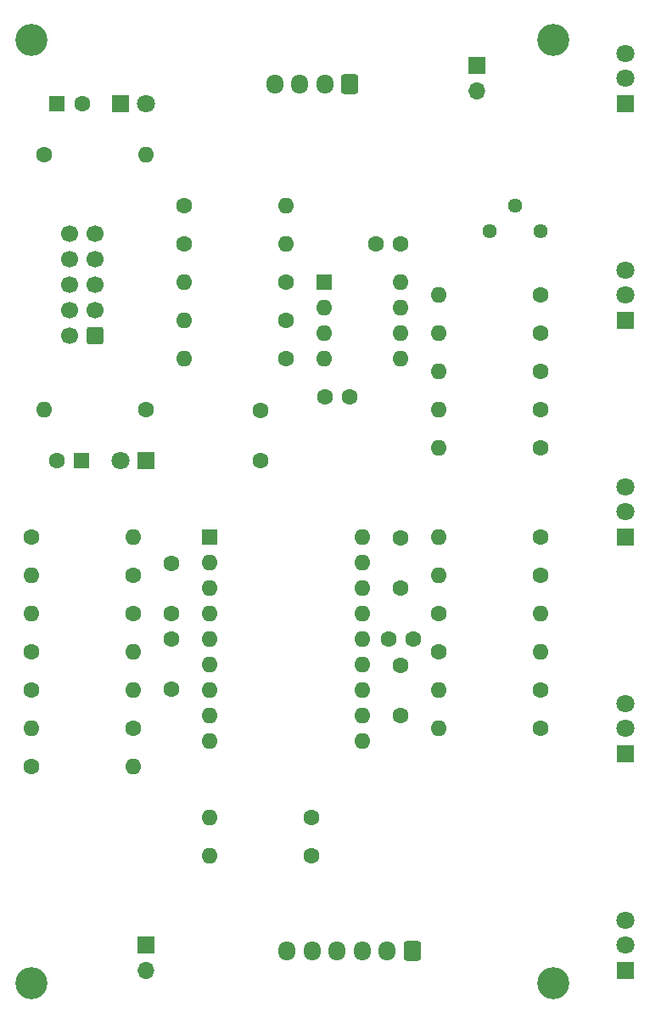
<source format=gbs>
G04 #@! TF.GenerationSoftware,KiCad,Pcbnew,(6.0.5)*
G04 #@! TF.CreationDate,2022-10-09T17:06:01+09:00*
G04 #@! TF.ProjectId,3320LPF,33333230-4c50-4462-9e6b-696361645f70,Ver.1.0*
G04 #@! TF.SameCoordinates,Original*
G04 #@! TF.FileFunction,Soldermask,Bot*
G04 #@! TF.FilePolarity,Negative*
%FSLAX46Y46*%
G04 Gerber Fmt 4.6, Leading zero omitted, Abs format (unit mm)*
G04 Created by KiCad (PCBNEW (6.0.5)) date 2022-10-09 17:06:01*
%MOMM*%
%LPD*%
G01*
G04 APERTURE LIST*
G04 Aperture macros list*
%AMRoundRect*
0 Rectangle with rounded corners*
0 $1 Rounding radius*
0 $2 $3 $4 $5 $6 $7 $8 $9 X,Y pos of 4 corners*
0 Add a 4 corners polygon primitive as box body*
4,1,4,$2,$3,$4,$5,$6,$7,$8,$9,$2,$3,0*
0 Add four circle primitives for the rounded corners*
1,1,$1+$1,$2,$3*
1,1,$1+$1,$4,$5*
1,1,$1+$1,$6,$7*
1,1,$1+$1,$8,$9*
0 Add four rect primitives between the rounded corners*
20,1,$1+$1,$2,$3,$4,$5,0*
20,1,$1+$1,$4,$5,$6,$7,0*
20,1,$1+$1,$6,$7,$8,$9,0*
20,1,$1+$1,$8,$9,$2,$3,0*%
G04 Aperture macros list end*
%ADD10C,1.600000*%
%ADD11O,1.600000X1.600000*%
%ADD12R,1.700000X1.700000*%
%ADD13O,1.700000X1.700000*%
%ADD14C,3.200000*%
%ADD15R,1.800000X1.800000*%
%ADD16C,1.800000*%
%ADD17R,1.600000X1.600000*%
%ADD18RoundRect,0.250000X0.600000X0.725000X-0.600000X0.725000X-0.600000X-0.725000X0.600000X-0.725000X0*%
%ADD19O,1.700000X1.950000*%
%ADD20C,1.440000*%
%ADD21RoundRect,0.250000X0.600000X0.600000X-0.600000X0.600000X-0.600000X-0.600000X0.600000X-0.600000X0*%
%ADD22C,1.700000*%
G04 APERTURE END LIST*
D10*
G04 #@! TO.C,R18*
X162560000Y-116840000D03*
D11*
X152400000Y-116840000D03*
G04 #@! TD*
D12*
G04 #@! TO.C,J3*
X156210000Y-54610000D03*
D13*
X156210000Y-57150000D03*
G04 #@! TD*
D14*
G04 #@! TO.C,REF\u002A\u002A*
X111760000Y-52070000D03*
G04 #@! TD*
D15*
G04 #@! TO.C,RV6*
X171050000Y-123150000D03*
D16*
X171050000Y-120650000D03*
X171050000Y-118150000D03*
G04 #@! TD*
D15*
G04 #@! TO.C,RV2*
X171050000Y-101560000D03*
D16*
X171050000Y-99060000D03*
X171050000Y-96560000D03*
G04 #@! TD*
D10*
G04 #@! TO.C,R20*
X139700000Y-133350000D03*
D11*
X129540000Y-133350000D03*
G04 #@! TD*
D10*
G04 #@! TO.C,C8*
X148590000Y-119340000D03*
X148590000Y-114340000D03*
G04 #@! TD*
D15*
G04 #@! TO.C,D2*
X123190000Y-93980000D03*
D16*
X120650000Y-93980000D03*
G04 #@! TD*
D10*
G04 #@! TO.C,C7*
X148590000Y-106680000D03*
X148590000Y-101680000D03*
G04 #@! TD*
G04 #@! TO.C,C9*
X149860000Y-111760000D03*
X147360000Y-111760000D03*
G04 #@! TD*
G04 #@! TO.C,R23*
X121920000Y-120650000D03*
D11*
X111760000Y-120650000D03*
G04 #@! TD*
D10*
G04 #@! TO.C,R3*
X162560000Y-85090000D03*
D11*
X152400000Y-85090000D03*
G04 #@! TD*
D10*
G04 #@! TO.C,R7*
X162560000Y-77470000D03*
D11*
X152400000Y-77470000D03*
G04 #@! TD*
D15*
G04 #@! TO.C,RV1*
X171050000Y-58380000D03*
D16*
X171050000Y-55880000D03*
X171050000Y-53380000D03*
G04 #@! TD*
D17*
G04 #@! TO.C,C2*
X116775113Y-93980000D03*
D10*
X114275113Y-93980000D03*
G04 #@! TD*
G04 #@! TO.C,R17*
X162560000Y-120650000D03*
D11*
X152400000Y-120650000D03*
G04 #@! TD*
D10*
G04 #@! TO.C,C6*
X125730000Y-109180000D03*
X125730000Y-104180000D03*
G04 #@! TD*
G04 #@! TO.C,R21*
X139700000Y-129540000D03*
D11*
X129540000Y-129540000D03*
G04 #@! TD*
D10*
G04 #@! TO.C,R26*
X127000000Y-72390000D03*
D11*
X137160000Y-72390000D03*
G04 #@! TD*
D10*
G04 #@! TO.C,C3*
X148590000Y-72390000D03*
X146090000Y-72390000D03*
G04 #@! TD*
D15*
G04 #@! TO.C,D1*
X120650000Y-58420000D03*
D16*
X123190000Y-58420000D03*
G04 #@! TD*
D10*
G04 #@! TO.C,R4*
X162560000Y-81280000D03*
D11*
X152400000Y-81280000D03*
G04 #@! TD*
D10*
G04 #@! TO.C,R1*
X162560000Y-88900000D03*
D11*
X152400000Y-88900000D03*
G04 #@! TD*
D17*
G04 #@! TO.C,U2*
X140970000Y-76200000D03*
D11*
X140970000Y-78740000D03*
X140970000Y-81280000D03*
X140970000Y-83820000D03*
X148590000Y-83820000D03*
X148590000Y-81280000D03*
X148590000Y-78740000D03*
X148590000Y-76200000D03*
G04 #@! TD*
D14*
G04 #@! TO.C,REF\u002A\u002A*
X111760000Y-146050000D03*
G04 #@! TD*
D10*
G04 #@! TO.C,R2*
X162560000Y-92710000D03*
D11*
X152400000Y-92710000D03*
G04 #@! TD*
D15*
G04 #@! TO.C,RV5*
X171050000Y-144740000D03*
D16*
X171050000Y-142240000D03*
X171050000Y-139740000D03*
G04 #@! TD*
D18*
G04 #@! TO.C,J5*
X149760000Y-142765000D03*
D19*
X147260000Y-142765000D03*
X144760000Y-142765000D03*
X142260000Y-142765000D03*
X139760000Y-142765000D03*
X137260000Y-142765000D03*
G04 #@! TD*
D12*
G04 #@! TO.C,J2*
X123190000Y-142240000D03*
D13*
X123190000Y-144780000D03*
G04 #@! TD*
D10*
G04 #@! TO.C,C10*
X134620000Y-93940000D03*
X134620000Y-88940000D03*
G04 #@! TD*
D14*
G04 #@! TO.C,REF\u002A\u002A*
X163830000Y-52070000D03*
G04 #@! TD*
D20*
G04 #@! TO.C,RV4*
X157480000Y-71120000D03*
X160020000Y-68580000D03*
X162560000Y-71120000D03*
G04 #@! TD*
D10*
G04 #@! TO.C,C5*
X125730000Y-111720000D03*
X125730000Y-116720000D03*
G04 #@! TD*
D14*
G04 #@! TO.C,REF\u002A\u002A*
X163830000Y-146050000D03*
G04 #@! TD*
D18*
G04 #@! TO.C,J4*
X143510000Y-56405000D03*
D19*
X141010000Y-56405000D03*
X138510000Y-56405000D03*
X136010000Y-56405000D03*
G04 #@! TD*
D10*
G04 #@! TO.C,C4*
X143510000Y-87630000D03*
X141010000Y-87630000D03*
G04 #@! TD*
D17*
G04 #@! TO.C,U1*
X129540000Y-101600000D03*
D11*
X129540000Y-104140000D03*
X129540000Y-106680000D03*
X129540000Y-109220000D03*
X129540000Y-111760000D03*
X129540000Y-114300000D03*
X129540000Y-116840000D03*
X129540000Y-119380000D03*
X129540000Y-121920000D03*
X144780000Y-121920000D03*
X144780000Y-119380000D03*
X144780000Y-116840000D03*
X144780000Y-114300000D03*
X144780000Y-111760000D03*
X144780000Y-109220000D03*
X144780000Y-106680000D03*
X144780000Y-104140000D03*
X144780000Y-101600000D03*
G04 #@! TD*
D10*
G04 #@! TO.C,R19*
X152400000Y-113030000D03*
D11*
X162560000Y-113030000D03*
G04 #@! TD*
D10*
G04 #@! TO.C,R25*
X127000000Y-68580000D03*
D11*
X137160000Y-68580000D03*
G04 #@! TD*
D10*
G04 #@! TO.C,R9*
X121920000Y-105410000D03*
D11*
X111760000Y-105410000D03*
G04 #@! TD*
D10*
G04 #@! TO.C,R24*
X137160000Y-80010000D03*
D11*
X127000000Y-80010000D03*
G04 #@! TD*
D17*
G04 #@! TO.C,C1*
X114300000Y-58420000D03*
D10*
X116800000Y-58420000D03*
G04 #@! TD*
G04 #@! TO.C,R8*
X111760000Y-101600000D03*
D11*
X121920000Y-101600000D03*
G04 #@! TD*
D10*
G04 #@! TO.C,R13*
X152400000Y-109220000D03*
D11*
X162560000Y-109220000D03*
G04 #@! TD*
D10*
G04 #@! TO.C,R11*
X111760000Y-116840000D03*
D11*
X121920000Y-116840000D03*
G04 #@! TD*
D10*
G04 #@! TO.C,R5*
X113030000Y-63500000D03*
D11*
X123190000Y-63500000D03*
G04 #@! TD*
D10*
G04 #@! TO.C,R27*
X137160000Y-76200000D03*
D11*
X127000000Y-76200000D03*
G04 #@! TD*
D10*
G04 #@! TO.C,R12*
X121920000Y-109220000D03*
D11*
X111760000Y-109220000D03*
G04 #@! TD*
D10*
G04 #@! TO.C,R16*
X162560000Y-101600000D03*
D11*
X152400000Y-101600000D03*
G04 #@! TD*
D10*
G04 #@! TO.C,R10*
X111760000Y-113030000D03*
D11*
X121920000Y-113030000D03*
G04 #@! TD*
D10*
G04 #@! TO.C,R22*
X137160000Y-83820000D03*
D11*
X127000000Y-83820000D03*
G04 #@! TD*
D10*
G04 #@! TO.C,R14*
X111760000Y-124460000D03*
D11*
X121920000Y-124460000D03*
G04 #@! TD*
D15*
G04 #@! TO.C,RV3*
X171050000Y-79970000D03*
D16*
X171050000Y-77470000D03*
X171050000Y-74970000D03*
G04 #@! TD*
D10*
G04 #@! TO.C,R6*
X123190000Y-88900000D03*
D11*
X113030000Y-88900000D03*
G04 #@! TD*
D21*
G04 #@! TO.C,J1*
X118110000Y-81534000D03*
D22*
X115570000Y-81534000D03*
X118110000Y-78994000D03*
X115570000Y-78994000D03*
X118110000Y-76454000D03*
X115570000Y-76454000D03*
X118110000Y-73914000D03*
X115570000Y-73914000D03*
X118110000Y-71374000D03*
X115570000Y-71374000D03*
G04 #@! TD*
D10*
G04 #@! TO.C,R15*
X162560000Y-105410000D03*
D11*
X152400000Y-105410000D03*
G04 #@! TD*
M02*

</source>
